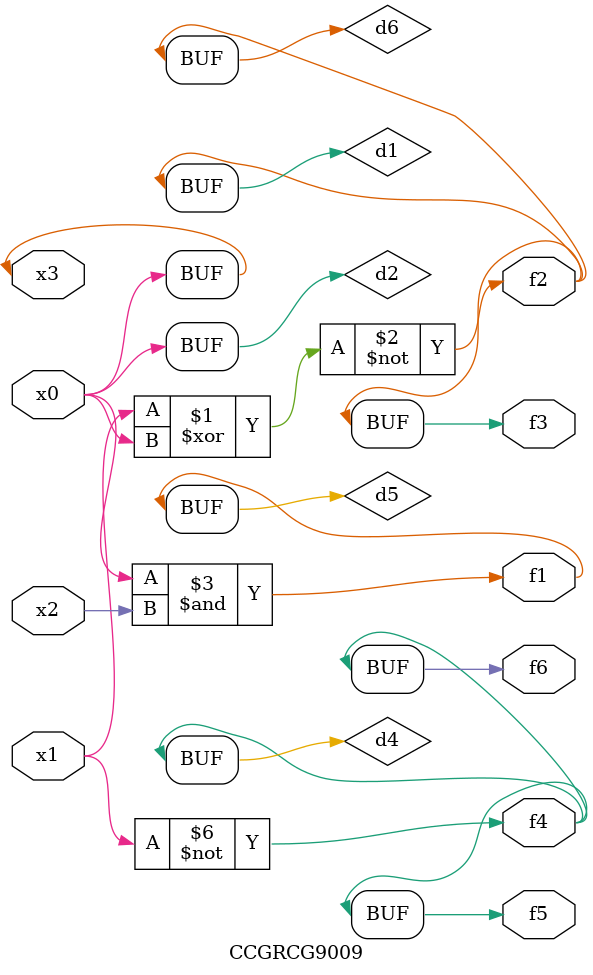
<source format=v>
module CCGRCG9009(
	input x0, x1, x2, x3,
	output f1, f2, f3, f4, f5, f6
);

	wire d1, d2, d3, d4, d5, d6;

	xnor (d1, x1, x3);
	buf (d2, x0, x3);
	nand (d3, x0, x2);
	not (d4, x1);
	nand (d5, d3);
	or (d6, d1);
	assign f1 = d5;
	assign f2 = d6;
	assign f3 = d6;
	assign f4 = d4;
	assign f5 = d4;
	assign f6 = d4;
endmodule

</source>
